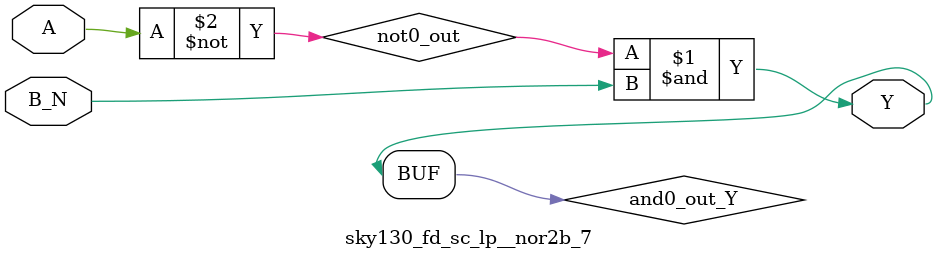
<source format=v>
module sky130_fd_sc_lp__nor2b_7 (
    Y  ,
    A  ,
    B_N
);
    output Y  ;
    input  A  ;
    input  B_N;
    wire not0_out  ;
    wire and0_out_Y;
    not not0 (not0_out  , A              );
    and and0 (and0_out_Y, not0_out, B_N  );
    buf buf0 (Y         , and0_out_Y     );
endmodule
</source>
